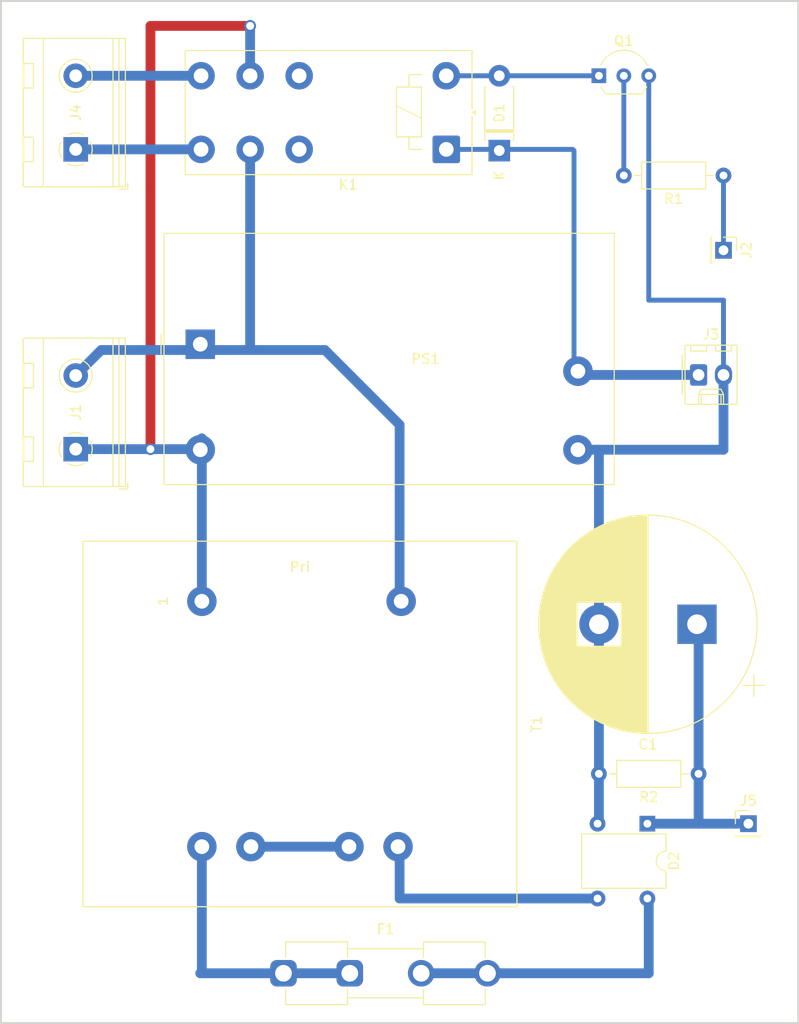
<source format=kicad_pcb>
(kicad_pcb (version 20240108) (generator "pcbnew") (generator_version "8.0")
  (layers (0 "F.Cu" signal) (31 "B.Cu" signal) (34 "B.Paste" user) (35 "F.Paste" user) (36 "B.SilkS" user "B.Silkscreen") (37 "F.SilkS" user "F.Silkscreen") (38 "B.Mask" user) (39 "F.Mask" user) (44 "Edge.Cuts" user))
  (net 0 "")
  (net 1 "Net-(D2-+)")
  (net 2 "Net-(D2-Pad4)")
  (net 3 "Net-(J1-Pin_1)")
  (net 4 "GNDD")
  (net 5 "+5V")
  (net 6 "Net-(D1-A)")
  (net 9 "Net-(Q1-B)")
  (net 10 "Net-(T1-SB)")
  (net 11 "Net-(J4-Pin_1)")
  (net 12 "Net-(T1-SD)")
  (net 13 "Net-(J1-Pin_2)")
  (net 14 "Net-(T1-SA)")
  (net 15 "Net-(J2-Pin_1)")
  (net 16 "Net-(J4-Pin_2)")
  (footprint "Library:Transformer_CHK_EI42-5VA_2xSec_6pin" (layer "F.Cu") (at 86.52 96.72 -90)
    (property "Reference" "T1" (at 12.5 -34.13 -90) (layer "F.SilkS"))
    (property "Value" "GERTH 421.48.2")
    (fp_text user "Pri" (at -3.5 -10 0) (layer "F.SilkS"))
    (fp_text user "1" (at 0 4 -90) (layer "F.SilkS"))
    (pad "1" thru_hole circle (at 0 0 270) (size 3 3) (drill 1.5) (layers "*.Cu" "*.Mask") (net 3 "Net-(J1-Pin_1)"))
    (pad "2" thru_hole circle (at 0 -20.32 270) (size 3 3) (drill 1.5) (layers "*.Cu" "*.Mask") (net 13 "Net-(J1-Pin_2)"))
    (pad "3" thru_hole circle (at 25 -20 270) (size 3 3) (drill 1.5) (layers "*.Cu" "*.Mask") (net 14 "Net-(T1-SA)"))
    (pad "4" thru_hole circle (at 25 -15 270) (size 3 3) (drill 1.5) (layers "*.Cu" "*.Mask") (net 10 "Net-(T1-SB)"))
    (pad "5" thru_hole circle (at 25 -5 270) (size 3 3) (drill 1.5) (layers "*.Cu" "*.Mask") (net 10 "Net-(T1-SB)"))
    (pad "6" thru_hole circle (at 25 0 270) (size 3 3) (drill 1.5) (layers "*.Cu" "*.Mask") (net 12 "Net-(T1-SD)"))
  )
  (footprint "Fuse:Fuseholder_Clip-5x20mm_Eaton_1A5601-01_Inline_P20.80x6.76mm_D1.70mm_Horizontal" (layer "F.Cu") (at 94.84 134.62)
    (property "Reference" "F1" (at 10.4 -4.5 0) (layer "F.SilkS"))
    (property "Value" "100mAT")
    (pad "1" thru_hole roundrect (at 0 0) (size 2.7 2.7) (drill 1.7) (layers "*.Cu" "*.Mask") (net 12 "Net-(T1-SD)"))
    (pad "1" thru_hole roundrect (at 6.76 0) (size 2.7 2.7) (drill 1.7) (layers "*.Cu" "*.Mask") (net 12 "Net-(T1-SD)"))
    (pad "2" thru_hole circle (at 14.04 0) (size 2.7 2.7) (drill 1.7) (layers "*.Cu" "*.Mask") (net 2 "Net-(D2-Pad4)"))
    (pad "2" thru_hole circle (at 20.8 0) (size 2.7 2.7) (drill 1.7) (layers "*.Cu" "*.Mask") (net 2 "Net-(D2-Pad4)"))
  )
  (footprint "Connector_Molex:Molex_KK-254_AE-6410-02A_1x02_P2.54mm_Vertical" (layer "F.Cu") (at 137.16 73.66)
    (property "Reference" "J3" (at 1.27 -4.12 0) (layer "F.SilkS"))
    (property "Value" "+5V")
    (pad "1" thru_hole roundrect (at 0 0) (size 1.74 2.19) (drill 1.19) (layers "*.Cu" "*.Mask") (roundrect_rratio 0.143678) (net 5 "+5V"))
    (pad "2" thru_hole oval (at 2.54 0) (size 1.74 2.19) (drill 1.19) (layers "*.Cu" "*.Mask") (net 4 "GNDD"))
  )
  (footprint "Connector_PinHeader_2.54mm:PinHeader_1x01_P2.54mm_Vertical" (layer "F.Cu") (at 139.7 60.96 -90)
    (property "Reference" "J2" (at 0 -2.33 -90) (layer "F.SilkS"))
    (property "Value" "RP")
    (pad "1" thru_hole rect (at 0 0 270) (size 1.7 1.7) (drill 1) (layers "*.Cu" "*.Mask") (net 15 "Net-(J2-Pin_1)"))
  )
  (footprint "Resistor_THT:R_Axial_DIN0207_L6.3mm_D2.5mm_P10.16mm_Horizontal" (layer "F.Cu") (at 137.16 114.3 180)
    (property "Reference" "R2" (at 5.08 -2.37 180) (layer "F.SilkS"))
    (property "Value" "180k")
    (pad "1" thru_hole circle (at 0 0 180) (size 1.6 1.6) (drill 0.8) (layers "*.Cu" "*.Mask") (net 1 "Net-(D2-+)"))
    (pad "2" thru_hole oval (at 10.16 0 180) (size 1.6 1.6) (drill 0.8) (layers "*.Cu" "*.Mask") (net 4 "GNDD"))
  )
  (footprint "Diode_THT:Diode_Bridge_DIP-4_W7.62mm_P5.08mm" (layer "F.Cu") (at 131.94 119.38 -90)
    (property "Reference" "D2" (at 3.8 -2.7 90) (layer "F.SilkS"))
    (property "Value" "DF08M")
    (pad "1" thru_hole rect (at 0 0 270) (size 1.6 1.6) (drill 0.8) (layers "*.Cu" "*.Mask") (net 1 "Net-(D2-+)"))
    (pad "2" thru_hole oval (at 0 5.08 270) (size 1.6 1.6) (drill 0.8) (layers "*.Cu" "*.Mask") (net 4 "GNDD"))
    (pad "3" thru_hole oval (at 7.62 5.08 270) (size 1.6 1.6) (drill 0.8) (layers "*.Cu" "*.Mask") (net 14 "Net-(T1-SA)"))
    (pad "4" thru_hole oval (at 7.62 0 270) (size 1.6 1.6) (drill 0.8) (layers "*.Cu" "*.Mask") (net 2 "Net-(D2-Pad4)"))
  )
  (footprint "Package_TO_SOT_THT:TO-92_Inline_Wide" (layer "F.Cu") (at 127 43.18)
    (property "Reference" "Q1" (at 2.54 -3.56 0) (layer "F.SilkS"))
    (property "Value" "BC337")
    (pad "1" thru_hole rect (at 0 0) (size 1.5 1.5) (drill 0.8) (layers "*.Cu" "*.Mask") (net 6 "Net-(D1-A)"))
    (pad "2" thru_hole circle (at 2.54 0) (size 1.5 1.5) (drill 0.8) (layers "*.Cu" "*.Mask") (net 9 "Net-(Q1-B)"))
    (pad "3" thru_hole circle (at 5.08 0) (size 1.5 1.5) (drill 0.8) (layers "*.Cu" "*.Mask") (net 4 "GNDD"))
  )
  (footprint "TerminalBlock_RND:TerminalBlock_RND_205-00067_1x02_P7.50mm_Horizontal" (layer "F.Cu") (at 73.66 50.68 90)
    (property "Reference" "J4" (at 3.75 0 90) (layer "F.SilkS"))
    (property "Value" "230V~ OUT")
    (pad "1" thru_hole rect (at 0 0 90) (size 2.5 2.5) (drill 1.3) (layers "*.Cu" "*.Mask") (net 11 "Net-(J4-Pin_1)"))
    (pad "2" thru_hole circle (at 7.5 0 90) (size 2.5 2.5) (drill 1.3) (layers "*.Cu" "*.Mask") (net 16 "Net-(J4-Pin_2)"))
  )
  (footprint "Connector_PinHeader_2.54mm:PinHeader_1x01_P2.54mm_Vertical" (layer "F.Cu") (at 142.24 119.38)
    (property "Reference" "J5" (at 0 -2.33 0) (layer "F.SilkS"))
    (property "Value" "+90V")
    (pad "1" thru_hole rect (at 0 0) (size 1.7 1.7) (drill 1) (layers "*.Cu" "*.Mask") (net 1 "Net-(D2-+)"))
  )
  (footprint "TerminalBlock_RND:TerminalBlock_RND_205-00067_1x02_P7.50mm_Horizontal" (layer "F.Cu") (at 73.66 81.22 90)
    (property "Reference" "J1" (at 3.75 0 90) (layer "F.SilkS"))
    (property "Value" "230V~ IN")
    (pad "1" thru_hole rect (at 0 0 90) (size 2.5 2.5) (drill 1.3) (layers "*.Cu" "*.Mask") (net 3 "Net-(J1-Pin_1)"))
    (pad "2" thru_hole circle (at 7.5 0 90) (size 2.5 2.5) (drill 1.3) (layers "*.Cu" "*.Mask") (net 13 "Net-(J1-Pin_2)"))
  )
  (footprint "Resistor_THT:R_Axial_DIN0207_L6.3mm_D2.5mm_P10.16mm_Horizontal" (layer "F.Cu") (at 139.7 53.34 180)
    (property "Reference" "R1" (at 5.08 -2.37 180) (layer "F.SilkS"))
    (property "Value" "1k")
    (pad "1" thru_hole circle (at 0 0 180) (size 1.6 1.6) (drill 0.8) (layers "*.Cu" "*.Mask") (net 15 "Net-(J2-Pin_1)"))
    (pad "2" thru_hole oval (at 10.16 0 180) (size 1.6 1.6) (drill 0.8) (layers "*.Cu" "*.Mask") (net 9 "Net-(Q1-B)"))
  )
  (footprint "Relay_THT:Relay_DPDT_Finder_40.52" (layer "F.Cu") (at 111.44 50.68 180)
    (property "Reference" "K1" (at 10 -3.6 0) (layer "F.SilkS"))
    (property "Value" "FINDER-40.52")
    (pad "11" thru_hole circle (at 20 0 180) (size 2.8 2.8) (drill 1.5) (layers "*.Cu" "*.Mask") (net 13 "Net-(J1-Pin_2)"))
    (pad "12" thru_hole circle (at 15 0 180) (size 2.8 2.8) (drill 1.5) (layers "*.Cu" "*.Mask"))
    (pad "14" thru_hole circle (at 25 0 180) (size 2.8 2.8) (drill 1.5) (layers "*.Cu" "*.Mask") (net 11 "Net-(J4-Pin_1)"))
    (pad "21" thru_hole circle (at 20 7.5 180) (size 2.8 2.8) (drill 1.5) (layers "*.Cu" "*.Mask") (net 3 "Net-(J1-Pin_1)"))
    (pad "22" thru_hole circle (at 15 7.5 180) (size 2.8 2.8) (drill 1.5) (layers "*.Cu" "*.Mask"))
    (pad "24" thru_hole circle (at 25 7.5 180) (size 2.8 2.8) (drill 1.5) (layers "*.Cu" "*.Mask") (net 16 "Net-(J4-Pin_2)"))
    (pad "A1" thru_hole roundrect (at 0 0 180) (size 2.8 2.8) (drill 1.5) (layers "*.Cu" "*.Mask") (roundrect_rratio 0.08928571429) (net 5 "+5V"))
    (pad "A2" thru_hole circle (at 0 7.5 180) (size 2.8 2.8) (drill 1.5) (layers "*.Cu" "*.Mask") (net 6 "Net-(D1-A)"))
  )
  (footprint "Converter_ACDC:Converter_ACDC_MeanWell_IRM-10-xx_THT" (layer "F.Cu") (at 86.36 70.53)
    (property "Reference" "PS1" (at 22.9675 1.5 0) (layer "F.SilkS"))
    (property "Value" "IRM-10-5")
    (pad "1" thru_hole rect (at 0 0) (size 3 3) (drill 1.5) (layers "*.Cu" "*.Mask") (net 13 "Net-(J1-Pin_2)"))
    (pad "2" thru_hole circle (at 0 10.75) (size 3 3) (drill 1.5) (layers "*.Cu" "*.Mask") (net 3 "Net-(J1-Pin_1)"))
    (pad "3" thru_hole circle (at 38.5 10.75) (size 3 3) (drill 1.5) (layers "*.Cu" "*.Mask") (net 4 "GNDD"))
    (pad "4" thru_hole circle (at 38.5 2.75) (size 3 3) (drill 1.5) (layers "*.Cu" "*.Mask") (net 5 "+5V"))
  )
  (footprint "Capacitor_THT:CP_Radial_D22.0mm_P10.00mm_SnapIn" (layer "F.Cu") (at 137 99.06 180)
    (property "Reference" "C1" (at 5 -12.25 180) (layer "F.SilkS"))
    (property "Value" "330µF/200V")
    (pad "1" thru_hole rect (at 0 0 180) (size 4 4) (drill 2) (layers "*.Cu" "*.Mask") (net 1 "Net-(D2-+)"))
    (pad "2" thru_hole circle (at 10 0 180) (size 4 4) (drill 2) (layers "*.Cu" "*.Mask") (net 4 "GNDD"))
  )
  (footprint "Diode_THT:D_DO-41_SOD81_P7.62mm_Horizontal" (layer "F.Cu") (at 116.84 50.8 90)
    (property "Reference" "D1" (at 3.81 0 90) (layer "F.SilkS"))
    (property "Value" "1N4007")
    (fp_text user "K" (at -2.54 0 90) (layer "F.SilkS"))
    (pad "1" thru_hole rect (at 0 0 90) (size 2.2 2.2) (drill 1.1) (layers "*.Cu" "*.Mask") (net 5 "+5V"))
    (pad "2" thru_hole oval (at 7.62 0 90) (size 2.2 2.2) (drill 1.1) (layers "*.Cu" "*.Mask") (net 6 "Net-(D1-A)"))
  )
  (gr_rect (start 66.04 35.56) (end 147.32 139.7) (stroke (width 0.2)) (fill none) (layer "Edge.Cuts"))
  (segment (start 137 99.06) (end 137.16 99.22) (width 1) (layer "B.Cu") (net 1))
  (segment (start 137.16 99.22) (end 137.16 119.38) (width 1) (layer "B.Cu") (net 1))
  (segment (start 142.24 119.38) (end 131.94 119.38) (width 1) (layer "B.Cu") (net 1))
  (segment (start 108.88 134.62) (end 132.08 134.62) (width 1) (layer "B.Cu") (net 2))
  (segment (start 132.08 127.14) (end 131.94 127) (width 1) (layer "B.Cu") (net 2))
  (segment (start 132.08 134.62) (end 132.08 127.14) (width 1) (layer "B.Cu") (net 2))
  (segment (start 81.28 81.22) (end 81.28 38.1) (width 1) (layer "F.Cu") (net 3))
  (segment (start 81.28 38.1) (end 91.44 38.1) (width 1) (layer "F.Cu") (net 3))
  (via (at 91.44 38.1) (size 1.2) (drill 0.8) (layers "F.Cu" "B.Cu") (net 3))
  (via (at 81.28 81.22) (size 1.2) (drill 0.8) (layers "F.Cu" "B.Cu") (net 3))
  (segment (start 81.28 81.22) (end 86.3 81.22) (width 1) (layer "B.Cu") (net 3))
  (segment (start 91.44 38.1) (end 91.44 43.18) (width 1) (layer "B.Cu") (net 3))
  (segment (start 73.66 81.22) (end 81.28 81.22) (width 1) (layer "B.Cu") (net 3))
  (segment (start 86.3 81.22) (end 86.36 81.28) (width 0.5) (layer "B.Cu") (net 3))
  (segment (start 86.52 96.72) (end 86.52 80.11) (width 1) (layer "B.Cu") (net 3))
  (segment (start 127 99.06) (end 127 81.28) (width 1) (layer "B.Cu") (net 4))
  (segment (start 127 81.28) (end 139.7 81.28) (width 1) (layer "B.Cu") (net 4))
  (segment (start 127 81.28) (end 124.86 81.28) (width 1) (layer "B.Cu") (net 4))
  (segment (start 127 99.06) (end 127 119.38) (width 1) (layer "B.Cu") (net 4))
  (segment (start 139.7 66.04) (end 139.7 73.66) (width 0.5) (layer "B.Cu") (net 4))
  (segment (start 139.7 66.04) (end 132.08 66.04) (width 0.5) (layer "B.Cu") (net 4))
  (segment (start 132.08 66.04) (end 132.08 43.18) (width 0.5) (layer "B.Cu") (net 4))
  (segment (start 139.7 73.66) (end 139.7 81.28) (width 1) (layer "B.Cu") (net 4))
  (segment (start 124.46 72.88) (end 124.86 73.28) (width 1) (layer "B.Cu") (net 5))
  (segment (start 125.24 73.66) (end 124.86 73.28) (width 1) (layer "B.Cu") (net 5))
  (segment (start 137.16 73.66) (end 125.24 73.66) (width 1) (layer "B.Cu") (net 5))
  (segment (start 111.44 50.68) (end 124.34 50.68) (width 0.5) (layer "B.Cu") (net 5))
  (segment (start 124.46 50.8) (end 124.46 72.88) (width 0.5) (layer "B.Cu") (net 5))
  (segment (start 111.44 43.18) (end 127 43.18) (width 0.5) (layer "B.Cu") (net 6))
  (segment (start 129.54 43.18) (end 129.54 53.34) (width 0.5) (layer "B.Cu") (net 9))
  (segment (start 91.52 121.72) (end 101.52 121.72) (width 1) (layer "B.Cu") (net 10))
  (segment (start 73.66 50.68) (end 86.44 50.68) (width 1) (layer "B.Cu") (net 11))
  (segment (start 86.52 134.46) (end 86.36 134.62) (width 1) (layer "B.Cu") (net 12))
  (segment (start 86.52 121.72) (end 86.52 134.46) (width 1) (layer "B.Cu") (net 12))
  (segment (start 86.36 134.62) (end 101.6 134.62) (width 1) (layer "B.Cu") (net 12))
  (segment (start 73.66 73.72) (end 76.26 71.12) (width 1) (layer "B.Cu") (net 13))
  (segment (start 85.77 71.12) (end 86.36 70.53) (width 0.5) (layer "B.Cu") (net 13))
  (segment (start 83.82 71.12) (end 85.77 71.12) (width 1) (layer "B.Cu") (net 13))
  (segment (start 106.68 96.56) (end 106.84 96.72) (width 0.5) (layer "B.Cu") (net 13))
  (segment (start 106.68 78.74) (end 106.68 96.56) (width 1) (layer "B.Cu") (net 13))
  (segment (start 76.26 71.12) (end 83.82 71.12) (width 1) (layer "B.Cu") (net 13))
  (segment (start 99.06 71.12) (end 106.68 78.74) (width 1) (layer "B.Cu") (net 13))
  (segment (start 88.9 71.12) (end 91.44 71.12) (width 1) (layer "B.Cu") (net 13))
  (segment (start 86.36 70.53) (end 86.95 71.12) (width 0.5) (layer "B.Cu") (net 13))
  (segment (start 91.44 50.68) (end 91.44 71.12) (width 1) (layer "B.Cu") (net 13))
  (segment (start 86.95 71.12) (end 88.9 71.12) (width 1) (layer "B.Cu") (net 13))
  (segment (start 83.82 71.12) (end 88.9 71.12) (width 1) (layer "B.Cu") (net 13))
  (segment (start 91.44 71.12) (end 99.06 71.12) (width 1) (layer "B.Cu") (net 13))
  (segment (start 106.52 121.72) (end 106.68 121.88) (width 1) (layer "B.Cu") (net 14))
  (segment (start 106.68 121.88) (end 106.68 127) (width 1) (layer "B.Cu") (net 14))
  (segment (start 106.68 127) (end 126.86 127) (width 1) (layer "B.Cu") (net 14))
  (segment (start 139.7 53.34) (end 139.7 60.96) (width 0.5) (layer "B.Cu") (net 15))
  (segment (start 73.66 43.18) (end 86.44 43.18) (width 1) (layer "B.Cu") (net 16))
)
</source>
